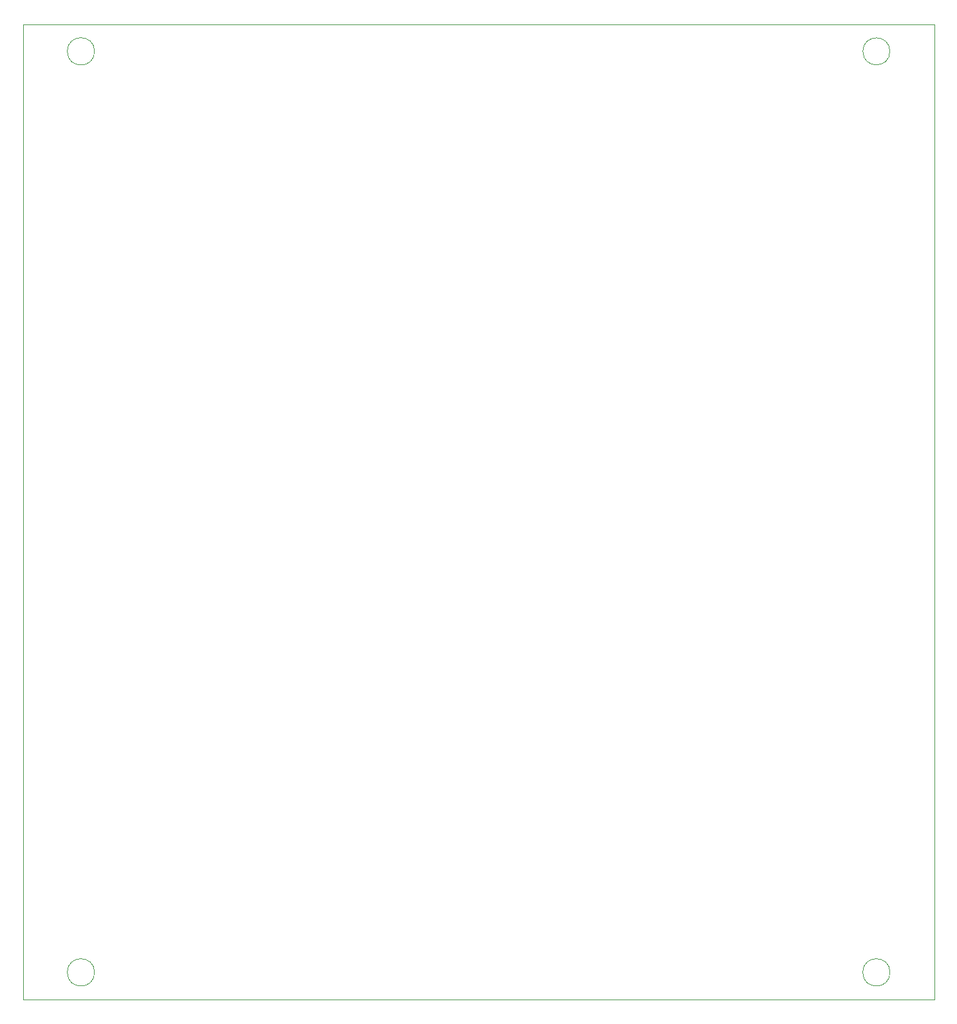
<source format=gbr>
%TF.GenerationSoftware,KiCad,Pcbnew,(5.1.6-0)*%
%TF.CreationDate,2023-02-20T11:30:03-05:00*%
%TF.ProjectId,Test Board Euro,54657374-2042-46f6-9172-64204575726f,rev?*%
%TF.SameCoordinates,Original*%
%TF.FileFunction,Profile,NP*%
%FSLAX46Y46*%
G04 Gerber Fmt 4.6, Leading zero omitted, Abs format (unit mm)*
G04 Created by KiCad (PCBNEW (5.1.6-0)) date 2023-02-20 11:30:03*
%MOMM*%
%LPD*%
G01*
G04 APERTURE LIST*
%TA.AperFunction,Profile*%
%ADD10C,0.050000*%
%TD*%
G04 APERTURE END LIST*
D10*
X85870051Y-150114000D02*
G75*
G03*
X85870051Y-150114000I-1796051J0D01*
G01*
X190518051Y-150114000D02*
G75*
G03*
X190518051Y-150114000I-1796051J0D01*
G01*
X190500000Y-28956000D02*
G75*
G03*
X190500000Y-28956000I-1778000J0D01*
G01*
X85870051Y-28956000D02*
G75*
G03*
X85870051Y-28956000I-1796051J0D01*
G01*
X76454000Y-25400000D02*
X196342000Y-25400000D01*
X196342000Y-97028000D02*
X196342000Y-25400000D01*
X196342000Y-153670000D02*
X196342000Y-97028000D01*
X76454000Y-153670000D02*
X196342000Y-153670000D01*
X76454000Y-25400000D02*
X76454000Y-153670000D01*
M02*

</source>
